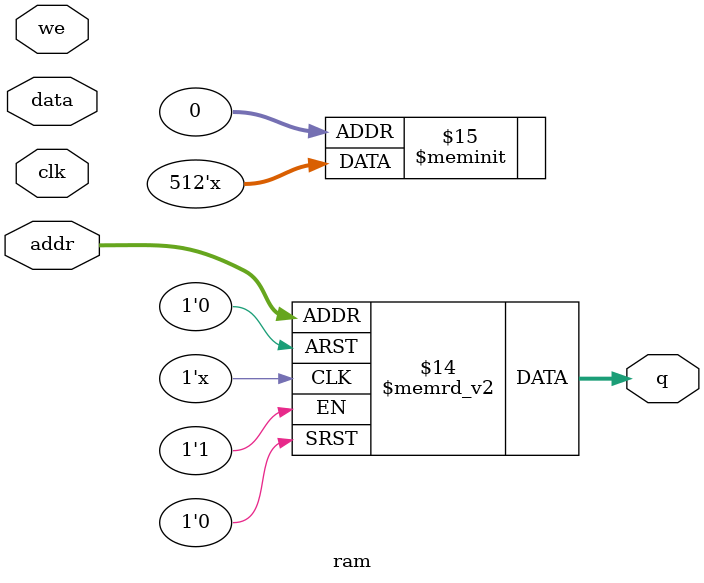
<source format=v>
module ram #(
    parameter ADDR_WIDTH=6,
    parameter DATA_WIDTH=8
) (
    input [DATA_WIDTH-1:0] data,
    input [ADDR_WIDTH-1:0] addr,
    input we, clk,
    output [7:0] q
);
reg [DATA_WIDTH-1:0] ram[2**ADDR_WIDTH-1:0];
// when we is high, write data to ram at address addr
// assign the ram value at address addr to q
always @(we) begin
    if (clk == 1) ram[addr] <= data;
    q <= ram[addr];
end
endmodule

</source>
